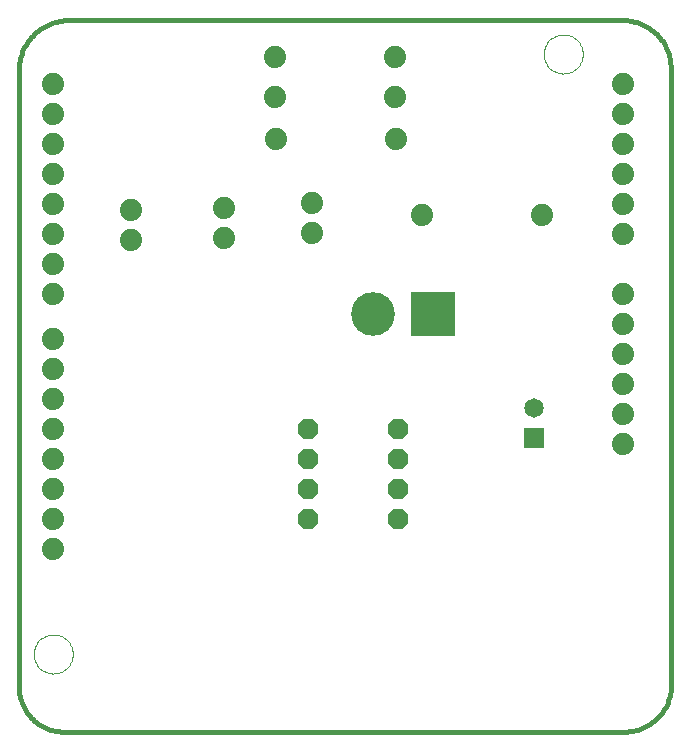
<source format=gtl>
G75*
G70*
%OFA0B0*%
%FSLAX24Y24*%
%IPPOS*%
%LPD*%
%AMOC8*
5,1,8,0,0,1.08239X$1,22.5*
%
%ADD10C,0.0160*%
%ADD11C,0.0740*%
%ADD12C,0.0000*%
%ADD13OC8,0.0680*%
%ADD14R,0.0650X0.0650*%
%ADD15C,0.0650*%
%ADD16C,0.1457*%
%ADD17R,0.1457X0.1457*%
D10*
X001849Y006172D02*
X011472Y006172D01*
X011462Y006171D02*
X020539Y006171D01*
X020616Y006173D01*
X020693Y006179D01*
X020769Y006188D01*
X020845Y006201D01*
X020920Y006218D01*
X020994Y006239D01*
X021067Y006263D01*
X021139Y006291D01*
X021210Y006322D01*
X021278Y006357D01*
X021345Y006395D01*
X021410Y006436D01*
X021473Y006481D01*
X021534Y006529D01*
X021592Y006579D01*
X021647Y006632D01*
X021700Y006688D01*
X021750Y006747D01*
X021797Y006808D01*
X021841Y006871D01*
X021882Y006936D01*
X021920Y007003D01*
X021954Y007072D01*
X021985Y007143D01*
X022012Y007215D01*
X022036Y007288D01*
X022056Y007362D01*
X022073Y007437D01*
X022085Y007513D01*
X022094Y007590D01*
X022100Y007667D01*
X022101Y007744D01*
X022100Y007744D02*
X022087Y018887D01*
X022086Y018862D02*
X022086Y028292D01*
X022084Y028370D01*
X022078Y028448D01*
X022069Y028526D01*
X022055Y028603D01*
X022038Y028680D01*
X022017Y028755D01*
X021993Y028830D01*
X021965Y028903D01*
X021933Y028974D01*
X021898Y029044D01*
X021859Y029113D01*
X021817Y029179D01*
X021772Y029243D01*
X021724Y029304D01*
X021673Y029364D01*
X021619Y029421D01*
X021562Y029475D01*
X021502Y029526D01*
X021441Y029574D01*
X021377Y029619D01*
X021311Y029661D01*
X021242Y029700D01*
X021172Y029735D01*
X021101Y029767D01*
X021028Y029795D01*
X020953Y029819D01*
X020878Y029840D01*
X020801Y029857D01*
X020724Y029871D01*
X020646Y029880D01*
X020568Y029886D01*
X020490Y029888D01*
X011089Y029888D01*
X011059Y029891D02*
X002024Y029891D01*
X002024Y029890D02*
X001945Y029888D01*
X001866Y029882D01*
X001787Y029873D01*
X001709Y029860D01*
X001632Y029843D01*
X001555Y029823D01*
X001480Y029799D01*
X001406Y029771D01*
X001333Y029740D01*
X001262Y029705D01*
X001192Y029667D01*
X001125Y029626D01*
X001059Y029582D01*
X000996Y029534D01*
X000935Y029484D01*
X000876Y029431D01*
X000820Y029375D01*
X000767Y029316D01*
X000717Y029255D01*
X000669Y029192D01*
X000625Y029126D01*
X000584Y029059D01*
X000546Y028989D01*
X000511Y028918D01*
X000480Y028845D01*
X000452Y028771D01*
X000428Y028696D01*
X000408Y028619D01*
X000391Y028542D01*
X000378Y028464D01*
X000369Y028385D01*
X000363Y028306D01*
X000361Y028227D01*
X000360Y028227D02*
X000360Y018345D01*
X000364Y018343D02*
X000364Y007657D01*
X000366Y007582D01*
X000372Y007507D01*
X000381Y007432D01*
X000394Y007358D01*
X000411Y007285D01*
X000432Y007212D01*
X000456Y007141D01*
X000484Y007071D01*
X000516Y007003D01*
X000551Y006936D01*
X000589Y006871D01*
X000630Y006809D01*
X000675Y006748D01*
X000722Y006690D01*
X000773Y006634D01*
X000826Y006581D01*
X000882Y006530D01*
X000940Y006483D01*
X001001Y006438D01*
X001063Y006397D01*
X001128Y006359D01*
X001195Y006324D01*
X001263Y006292D01*
X001333Y006264D01*
X001404Y006240D01*
X001477Y006219D01*
X001550Y006202D01*
X001624Y006189D01*
X001699Y006180D01*
X001774Y006174D01*
X001849Y006172D01*
D11*
X001509Y012260D03*
X001509Y013260D03*
X001509Y014260D03*
X001509Y015260D03*
X001509Y016260D03*
X001509Y017260D03*
X001509Y018260D03*
X001509Y019260D03*
X001509Y020760D03*
X001509Y021760D03*
X001509Y022760D03*
X001509Y023760D03*
X001509Y024760D03*
X001509Y025760D03*
X001509Y026760D03*
X001509Y027760D03*
X004104Y023571D03*
X004104Y022571D03*
X007200Y022618D03*
X007200Y023618D03*
X008925Y025932D03*
X008889Y027331D03*
X008885Y028669D03*
X010138Y023785D03*
X010138Y022785D03*
X012925Y025932D03*
X012889Y027331D03*
X012885Y028669D03*
X013787Y023389D03*
X017787Y023389D03*
X020509Y023760D03*
X020509Y024760D03*
X020509Y025760D03*
X020509Y026760D03*
X020509Y027760D03*
X020509Y022760D03*
X020509Y020760D03*
X020509Y019760D03*
X020509Y018760D03*
X020509Y017760D03*
X020509Y016760D03*
X020509Y015760D03*
D12*
X017859Y028760D02*
X017861Y028810D01*
X017867Y028860D01*
X017877Y028910D01*
X017890Y028958D01*
X017907Y029006D01*
X017928Y029052D01*
X017952Y029096D01*
X017980Y029138D01*
X018011Y029178D01*
X018045Y029215D01*
X018082Y029250D01*
X018121Y029281D01*
X018162Y029310D01*
X018206Y029335D01*
X018252Y029357D01*
X018299Y029375D01*
X018347Y029389D01*
X018396Y029400D01*
X018446Y029407D01*
X018496Y029410D01*
X018547Y029409D01*
X018597Y029404D01*
X018647Y029395D01*
X018695Y029383D01*
X018743Y029366D01*
X018789Y029346D01*
X018834Y029323D01*
X018877Y029296D01*
X018917Y029266D01*
X018955Y029233D01*
X018990Y029197D01*
X019023Y029158D01*
X019052Y029117D01*
X019078Y029074D01*
X019101Y029029D01*
X019120Y028982D01*
X019135Y028934D01*
X019147Y028885D01*
X019155Y028835D01*
X019159Y028785D01*
X019159Y028735D01*
X019155Y028685D01*
X019147Y028635D01*
X019135Y028586D01*
X019120Y028538D01*
X019101Y028491D01*
X019078Y028446D01*
X019052Y028403D01*
X019023Y028362D01*
X018990Y028323D01*
X018955Y028287D01*
X018917Y028254D01*
X018877Y028224D01*
X018834Y028197D01*
X018789Y028174D01*
X018743Y028154D01*
X018695Y028137D01*
X018647Y028125D01*
X018597Y028116D01*
X018547Y028111D01*
X018496Y028110D01*
X018446Y028113D01*
X018396Y028120D01*
X018347Y028131D01*
X018299Y028145D01*
X018252Y028163D01*
X018206Y028185D01*
X018162Y028210D01*
X018121Y028239D01*
X018082Y028270D01*
X018045Y028305D01*
X018011Y028342D01*
X017980Y028382D01*
X017952Y028424D01*
X017928Y028468D01*
X017907Y028514D01*
X017890Y028562D01*
X017877Y028610D01*
X017867Y028660D01*
X017861Y028710D01*
X017859Y028760D01*
X000859Y008760D02*
X000861Y008810D01*
X000867Y008860D01*
X000877Y008910D01*
X000890Y008958D01*
X000907Y009006D01*
X000928Y009052D01*
X000952Y009096D01*
X000980Y009138D01*
X001011Y009178D01*
X001045Y009215D01*
X001082Y009250D01*
X001121Y009281D01*
X001162Y009310D01*
X001206Y009335D01*
X001252Y009357D01*
X001299Y009375D01*
X001347Y009389D01*
X001396Y009400D01*
X001446Y009407D01*
X001496Y009410D01*
X001547Y009409D01*
X001597Y009404D01*
X001647Y009395D01*
X001695Y009383D01*
X001743Y009366D01*
X001789Y009346D01*
X001834Y009323D01*
X001877Y009296D01*
X001917Y009266D01*
X001955Y009233D01*
X001990Y009197D01*
X002023Y009158D01*
X002052Y009117D01*
X002078Y009074D01*
X002101Y009029D01*
X002120Y008982D01*
X002135Y008934D01*
X002147Y008885D01*
X002155Y008835D01*
X002159Y008785D01*
X002159Y008735D01*
X002155Y008685D01*
X002147Y008635D01*
X002135Y008586D01*
X002120Y008538D01*
X002101Y008491D01*
X002078Y008446D01*
X002052Y008403D01*
X002023Y008362D01*
X001990Y008323D01*
X001955Y008287D01*
X001917Y008254D01*
X001877Y008224D01*
X001834Y008197D01*
X001789Y008174D01*
X001743Y008154D01*
X001695Y008137D01*
X001647Y008125D01*
X001597Y008116D01*
X001547Y008111D01*
X001496Y008110D01*
X001446Y008113D01*
X001396Y008120D01*
X001347Y008131D01*
X001299Y008145D01*
X001252Y008163D01*
X001206Y008185D01*
X001162Y008210D01*
X001121Y008239D01*
X001082Y008270D01*
X001045Y008305D01*
X001011Y008342D01*
X000980Y008382D01*
X000952Y008424D01*
X000928Y008468D01*
X000907Y008514D01*
X000890Y008562D01*
X000877Y008610D01*
X000867Y008660D01*
X000861Y008710D01*
X000859Y008760D01*
D13*
X010009Y013274D03*
X010009Y014274D03*
X010009Y015274D03*
X010009Y016274D03*
X013009Y016274D03*
X013009Y015274D03*
X013009Y014274D03*
X013009Y013274D03*
D14*
X017548Y015964D03*
D15*
X017548Y016964D03*
D16*
X012155Y020093D03*
D17*
X014155Y020093D03*
M02*

</source>
